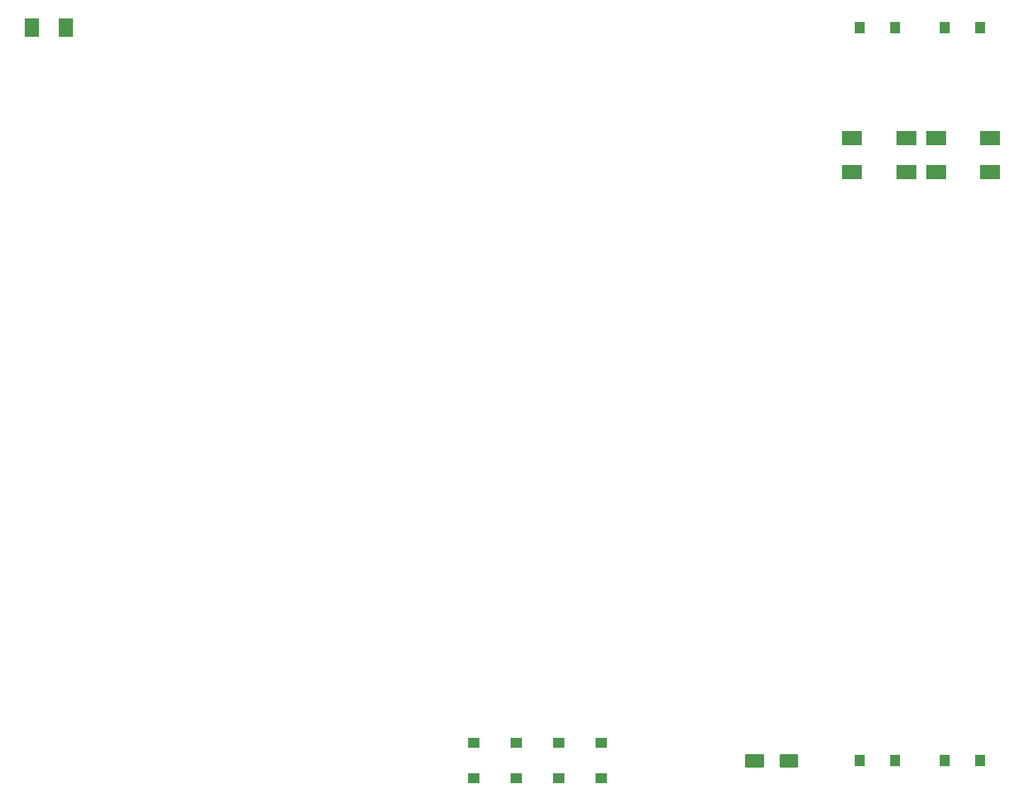
<source format=gbr>
G04 EAGLE Gerber RS-274X export*
G75*
%MOMM*%
%FSLAX34Y34*%
%LPD*%
%INSolderpaste Bottom*%
%IPPOS*%
%AMOC8*
5,1,8,0,0,1.08239X$1,22.5*%
G01*
%ADD10R,1.270000X1.470000*%
%ADD11R,1.470000X1.270000*%
%ADD12R,1.780000X2.160000*%
%ADD13C,0.229500*%
%ADD14R,2.400000X1.800000*%


D10*
X1096100Y939800D03*
X1139100Y939800D03*
D11*
X787400Y85000D03*
X787400Y42000D03*
X736600Y85000D03*
X736600Y42000D03*
X685800Y85000D03*
X685800Y42000D03*
X635000Y85000D03*
X635000Y42000D03*
D12*
X147300Y939800D03*
X106600Y939800D03*
D13*
X960197Y56997D02*
X980003Y56997D01*
X960197Y56997D02*
X960197Y70003D01*
X980003Y70003D01*
X980003Y56997D01*
X980003Y59177D02*
X960197Y59177D01*
X960197Y61357D02*
X980003Y61357D01*
X980003Y63537D02*
X960197Y63537D01*
X960197Y65717D02*
X980003Y65717D01*
X980003Y67897D02*
X960197Y67897D01*
X1001197Y56997D02*
X1021003Y56997D01*
X1001197Y56997D02*
X1001197Y70003D01*
X1021003Y70003D01*
X1021003Y56997D01*
X1021003Y59177D02*
X1001197Y59177D01*
X1001197Y61357D02*
X1021003Y61357D01*
X1021003Y63537D02*
X1001197Y63537D01*
X1001197Y65717D02*
X1021003Y65717D01*
X1021003Y67897D02*
X1001197Y67897D01*
D10*
X1096100Y63500D03*
X1139100Y63500D03*
X1197700Y63500D03*
X1240700Y63500D03*
X1197700Y939800D03*
X1240700Y939800D03*
D14*
X1187450Y767150D03*
X1187450Y807650D03*
X1151890Y767150D03*
X1151890Y807650D03*
X1087120Y767150D03*
X1087120Y807650D03*
X1252220Y767150D03*
X1252220Y807650D03*
M02*

</source>
